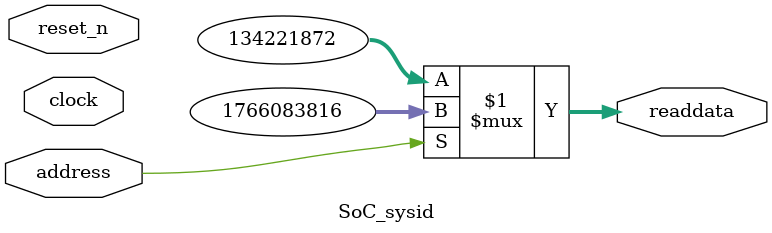
<source format=v>

`timescale 1ns / 1ps
// synthesis translate_on

// turn off superfluous verilog processor warnings 
// altera message_level Level1 
// altera message_off 10034 10035 10036 10037 10230 10240 10030 

module SoC_sysid (
               // inputs:
                address,
                clock,
                reset_n,

               // outputs:
                readdata
             )
;

  output  [ 31: 0] readdata;
  input            address;
  input            clock;
  input            reset_n;

  wire    [ 31: 0] readdata;
  //control_slave, which is an e_avalon_slave
  assign readdata = address ? 1766083816 : 134221872;

endmodule




</source>
